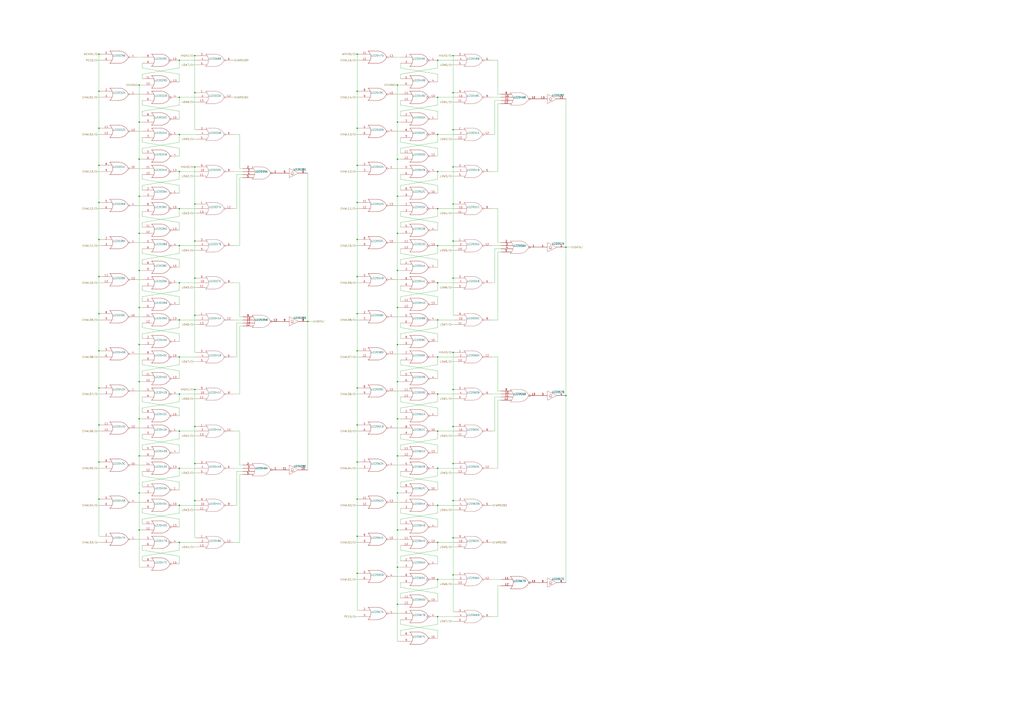
<source format=kicad_sch>
(kicad_sch (version 20211123) (generator eeschema)
  (paper "A1")
  (junction (at 326.39 466.09))
  (junction (at 114.3 283.21))
  (junction (at 372.11 441.96))
  (junction (at 293.37 257.81))
  (junction (at 160.02 76.2))
  (junction (at 147.32 445.77))
  (junction (at 160.02 411.48))
  (junction (at 372.11 289.56))
  (junction (at 114.3 222.25))
  (junction (at 81.28 227.33))
  (junction (at 147.32 201.93))
  (junction (at 293.37 44.45))
  (junction (at 464.82 325.12))
  (junction (at 464.82 203.2))
  (junction (at 359.41 506.73))
  (junction (at 326.39 161.29))
  (junction (at 81.28 166.37))
  (junction (at 114.3 69.85))
  (junction (at 372.11 45.72))
  (junction (at 160.02 320.04))
  (junction (at 326.39 405.13))
  (junction (at 372.11 350.52))
  (junction (at 81.28 318.77))
  (junction (at 81.28 379.73))
  (junction (at 326.39 496.57))
  (junction (at 293.37 227.33))
  (junction (at 359.41 293.37))
  (junction (at 293.37 379.73))
  (junction (at 114.3 313.69))
  (junction (at 147.32 49.53))
  (junction (at 293.37 349.25))
  (junction (at 326.39 283.21))
  (junction (at 147.32 232.41))
  (junction (at 359.41 201.93))
  (junction (at 359.41 140.97))
  (junction (at 372.11 228.6))
  (junction (at 359.41 415.29))
  (junction (at 359.41 49.53))
  (junction (at 293.37 74.93))
  (junction (at 372.11 106.68))
  (junction (at 147.32 354.33))
  (junction (at 114.3 435.61))
  (junction (at 147.32 384.81))
  (junction (at 114.3 344.17))
  (junction (at 359.41 110.49))
  (junction (at 114.3 374.65))
  (junction (at 293.37 166.37))
  (junction (at 372.11 381))
  (junction (at 147.32 262.89))
  (junction (at 359.41 232.41))
  (junction (at 81.28 349.25))
  (junction (at 359.41 384.81))
  (junction (at 293.37 440.69))
  (junction (at 372.11 320.04))
  (junction (at 326.39 130.81))
  (junction (at 293.37 318.77))
  (junction (at 326.39 252.73))
  (junction (at 326.39 100.33))
  (junction (at 326.39 313.69))
  (junction (at 359.41 476.25))
  (junction (at 114.3 130.81))
  (junction (at 147.32 171.45))
  (junction (at 326.39 435.61))
  (junction (at 359.41 262.89))
  (junction (at 359.41 445.77))
  (junction (at 81.28 135.89))
  (junction (at 293.37 196.85))
  (junction (at 293.37 471.17))
  (junction (at 252.73 264.16))
  (junction (at 372.11 137.16))
  (junction (at 359.41 80.01))
  (junction (at 359.41 354.33))
  (junction (at 293.37 135.89))
  (junction (at 326.39 69.85))
  (junction (at 81.28 105.41))
  (junction (at 326.39 344.17))
  (junction (at 147.32 293.37))
  (junction (at 372.11 472.44))
  (junction (at 293.37 288.29))
  (junction (at 114.3 191.77))
  (junction (at 160.02 137.16))
  (junction (at 293.37 410.21))
  (junction (at 160.02 198.12))
  (junction (at 326.39 222.25))
  (junction (at 147.32 140.97))
  (junction (at 114.3 252.73))
  (junction (at 81.28 196.85))
  (junction (at 359.41 171.45))
  (junction (at 160.02 381))
  (junction (at 147.32 415.29))
  (junction (at 147.32 110.49))
  (junction (at 326.39 191.77))
  (junction (at 372.11 198.12))
  (junction (at 81.28 288.29))
  (junction (at 372.11 76.2))
  (junction (at 81.28 44.45))
  (junction (at 293.37 105.41))
  (junction (at 81.28 410.21))
  (junction (at 114.3 100.33))
  (junction (at 114.3 405.13))
  (junction (at 372.11 167.64))
  (junction (at 114.3 161.29))
  (junction (at 372.11 411.48))
  (junction (at 160.02 167.64))
  (junction (at 81.28 74.93))
  (junction (at 326.39 374.65))
  (junction (at 160.02 350.52))
  (junction (at 147.32 80.01))
  (junction (at 160.02 45.72))
  (junction (at 160.02 259.08))
  (junction (at 147.32 323.85))
  (junction (at 81.28 257.81))
  (junction (at 359.41 323.85))
  (junction (at 160.02 228.6))
  (wire (pts (xy 359.41 360.68) (xy 328.93 365.76)))
  (wire (pts (xy 372.11 106.68) (xy 373.38 106.68)))
  (wire (pts (xy 325.12 46.99) (xy 328.93 46.99)))
  (wire (pts (xy 359.41 482.6) (xy 328.93 487.68)))
  (wire (pts (xy 359.41 60.96) (xy 328.93 55.88)))
  (wire (pts (xy 81.28 288.29) (xy 81.28 318.77)))
  (wire (pts (xy 114.3 405.13) (xy 114.3 435.61)))
  (wire (pts (xy 81.28 74.93) (xy 82.55 74.93)))
  (wire (pts (xy 196.85 146.05) (xy 199.39 146.05)))
  (wire (pts (xy 408.94 85.09) (xy 411.48 85.09)))
  (wire (pts (xy 408.94 171.45) (xy 408.94 199.39)))
  (wire (pts (xy 359.41 426.72) (xy 328.93 421.64)))
  (wire (pts (xy 113.03 46.99) (xy 116.84 46.99)))
  (wire (pts (xy 325.12 77.47) (xy 328.93 77.47)))
  (wire (pts (xy 359.41 335.28) (xy 328.93 330.2)))
  (wire (pts (xy 147.32 384.81) (xy 147.32 391.16)))
  (wire (pts (xy 161.29 297.18) (xy 158.75 297.18)))
  (wire (pts (xy 326.39 435.61) (xy 328.93 435.61)))
  (wire (pts (xy 293.37 105.41) (xy 294.64 105.41)))
  (wire (pts (xy 147.32 60.96) (xy 116.84 55.88)))
  (wire (pts (xy 81.28 227.33) (xy 81.28 257.81)))
  (wire (pts (xy 406.4 204.47) (xy 411.48 204.47)))
  (wire (pts (xy 147.32 323.85) (xy 161.29 323.85)))
  (wire (pts (xy 147.32 262.89) (xy 161.29 262.89)))
  (wire (pts (xy 372.11 45.72) (xy 373.38 45.72)))
  (wire (pts (xy 328.93 182.88) (xy 328.93 186.69)))
  (wire (pts (xy 191.77 110.49) (xy 196.85 110.49)))
  (wire (pts (xy 161.29 388.62) (xy 158.75 388.62)))
  (wire (pts (xy 160.02 411.48) (xy 161.29 411.48)))
  (wire (pts (xy 328.93 152.4) (xy 328.93 156.21)))
  (wire (pts (xy 373.38 114.3) (xy 370.84 114.3)))
  (wire (pts (xy 325.12 290.83) (xy 328.93 290.83)))
  (wire (pts (xy 116.84 116.84) (xy 116.84 113.03)))
  (wire (pts (xy 114.3 191.77) (xy 116.84 191.77)))
  (wire (pts (xy 147.32 67.31) (xy 147.32 60.96)))
  (wire (pts (xy 147.32 177.8) (xy 116.84 182.88)))
  (wire (pts (xy 328.93 518.16) (xy 328.93 521.97)))
  (wire (pts (xy 81.28 410.21) (xy 81.28 440.69)))
  (wire (pts (xy 328.93 299.72) (xy 328.93 295.91)))
  (wire (pts (xy 114.3 313.69) (xy 114.3 344.17)))
  (wire (pts (xy 372.11 381) (xy 372.11 411.48)))
  (wire (pts (xy 359.41 91.44) (xy 328.93 86.36)))
  (wire (pts (xy 116.84 100.33) (xy 114.3 100.33)))
  (wire (pts (xy 161.29 175.26) (xy 158.75 175.26)))
  (wire (pts (xy 147.32 208.28) (xy 116.84 213.36)))
  (wire (pts (xy 403.86 201.93) (xy 411.48 201.93)))
  (wire (pts (xy 147.32 299.72) (xy 116.84 304.8)))
  (wire (pts (xy 359.41 250.19) (xy 359.41 243.84)))
  (wire (pts (xy 403.86 293.37) (xy 408.94 293.37)))
  (wire (pts (xy 116.84 396.24) (xy 116.84 400.05)))
  (wire (pts (xy 113.03 107.95) (xy 116.84 107.95)))
  (wire (pts (xy 359.41 80.01) (xy 373.38 80.01)))
  (wire (pts (xy 147.32 426.72) (xy 116.84 421.64)))
  (wire (pts (xy 294.64 262.89) (xy 292.1 262.89)))
  (wire (pts (xy 114.3 252.73) (xy 116.84 252.73)))
  (wire (pts (xy 370.84 289.56) (xy 372.11 289.56)))
  (wire (pts (xy 82.55 323.85) (xy 80.01 323.85)))
  (wire (pts (xy 359.41 330.2) (xy 328.93 335.28)))
  (wire (pts (xy 196.85 389.89) (xy 199.39 389.89)))
  (wire (pts (xy 326.39 130.81) (xy 326.39 161.29)))
  (wire (pts (xy 147.32 232.41) (xy 161.29 232.41)))
  (wire (pts (xy 373.38 144.78) (xy 370.84 144.78)))
  (wire (pts (xy 406.4 326.39) (xy 411.48 326.39)))
  (wire (pts (xy 373.38 76.2) (xy 372.11 76.2)))
  (wire (pts (xy 373.38 175.26) (xy 370.84 175.26)))
  (wire (pts (xy 325.12 443.23) (xy 328.93 443.23)))
  (wire (pts (xy 116.84 391.16) (xy 116.84 387.35)))
  (wire (pts (xy 328.93 121.92) (xy 328.93 125.73)))
  (wire (pts (xy 113.03 69.85) (xy 114.3 69.85)))
  (wire (pts (xy 82.55 354.33) (xy 80.01 354.33)))
  (wire (pts (xy 372.11 350.52) (xy 373.38 350.52)))
  (wire (pts (xy 408.94 481.33) (xy 411.48 481.33)))
  (wire (pts (xy 147.32 238.76) (xy 116.84 243.84)))
  (wire (pts (xy 293.37 257.81) (xy 293.37 288.29)))
  (wire (pts (xy 328.93 452.12) (xy 328.93 448.31)))
  (wire (pts (xy 147.32 189.23) (xy 147.32 182.88)))
  (wire (pts (xy 326.39 191.77) (xy 326.39 222.25)))
  (wire (pts (xy 294.64 171.45) (xy 292.1 171.45)))
  (wire (pts (xy 328.93 360.68) (xy 328.93 356.87)))
  (wire (pts (xy 328.93 391.16) (xy 328.93 387.35)))
  (wire (pts (xy 373.38 449.58) (xy 370.84 449.58)))
  (wire (pts (xy 359.41 311.15) (xy 359.41 304.8)))
  (wire (pts (xy 147.32 110.49) (xy 161.29 110.49)))
  (wire (pts (xy 328.93 208.28) (xy 328.93 204.47)))
  (wire (pts (xy 147.32 457.2) (xy 116.84 452.12)))
  (wire (pts (xy 160.02 259.08) (xy 160.02 289.56)))
  (wire (pts (xy 372.11 350.52) (xy 372.11 381)))
  (wire (pts (xy 114.3 222.25) (xy 114.3 252.73)))
  (wire (pts (xy 359.41 182.88) (xy 328.93 177.8)))
  (wire (pts (xy 359.41 213.36) (xy 328.93 208.28)))
  (wire (pts (xy 325.12 107.95) (xy 328.93 107.95)))
  (wire (pts (xy 147.32 330.2) (xy 116.84 335.28)))
  (wire (pts (xy 359.41 147.32) (xy 328.93 152.4)))
  (wire (pts (xy 147.32 213.36) (xy 116.84 208.28)))
  (wire (pts (xy 406.4 354.33) (xy 406.4 326.39)))
  (wire (pts (xy 373.38 388.62) (xy 370.84 388.62)))
  (wire (pts (xy 81.28 257.81) (xy 81.28 288.29)))
  (wire (pts (xy 147.32 354.33) (xy 161.29 354.33)))
  (wire (pts (xy 147.32 201.93) (xy 147.32 208.28)))
  (wire (pts (xy 408.94 328.93) (xy 411.48 328.93)))
  (wire (pts (xy 194.31 171.45) (xy 194.31 143.51)))
  (wire (pts (xy 160.02 76.2) (xy 160.02 106.68)))
  (wire (pts (xy 160.02 381) (xy 160.02 411.48)))
  (wire (pts (xy 325.12 382.27) (xy 328.93 382.27)))
  (wire (pts (xy 81.28 257.81) (xy 82.55 257.81)))
  (wire (pts (xy 325.12 473.71) (xy 328.93 473.71)))
  (wire (pts (xy 359.41 494.03) (xy 359.41 487.68)))
  (wire (pts (xy 293.37 379.73) (xy 293.37 410.21)))
  (wire (pts (xy 116.84 365.76) (xy 116.84 369.57)))
  (wire (pts (xy 359.41 110.49) (xy 359.41 116.84)))
  (wire (pts (xy 196.85 445.77) (xy 196.85 389.89)))
  (wire (pts (xy 326.39 466.09) (xy 328.93 466.09)))
  (wire (pts (xy 147.32 147.32) (xy 116.84 152.4)))
  (wire (pts (xy 326.39 374.65) (xy 328.93 374.65)))
  (wire (pts (xy 359.41 354.33) (xy 359.41 360.68)))
  (wire (pts (xy 293.37 135.89) (xy 294.64 135.89)))
  (wire (pts (xy 403.86 323.85) (xy 411.48 323.85)))
  (wire (pts (xy 464.82 325.12) (xy 464.82 478.79)))
  (wire (pts (xy 326.39 252.73) (xy 328.93 252.73)))
  (wire (pts (xy 325.12 321.31) (xy 328.93 321.31)))
  (wire (pts (xy 147.32 274.32) (xy 116.84 269.24)))
  (wire (pts (xy 147.32 97.79) (xy 147.32 91.44)))
  (wire (pts (xy 196.85 201.93) (xy 196.85 146.05)))
  (wire (pts (xy 114.3 100.33) (xy 114.3 130.81)))
  (wire (pts (xy 328.93 116.84) (xy 328.93 113.03)))
  (wire (pts (xy 293.37 227.33) (xy 294.64 227.33)))
  (wire (pts (xy 326.39 69.85) (xy 328.93 69.85)))
  (wire (pts (xy 408.94 293.37) (xy 408.94 321.31)))
  (wire (pts (xy 147.32 269.24) (xy 116.84 274.32)))
  (wire (pts (xy 160.02 228.6) (xy 161.29 228.6)))
  (wire (pts (xy 147.32 128.27) (xy 147.32 121.92)))
  (wire (pts (xy 294.64 49.53) (xy 292.1 49.53)))
  (wire (pts (xy 191.77 354.33) (xy 196.85 354.33)))
  (wire (pts (xy 359.41 232.41) (xy 359.41 238.76)))
  (wire (pts (xy 147.32 250.19) (xy 147.32 243.84)))
  (wire (pts (xy 325.12 138.43) (xy 328.93 138.43)))
  (wire (pts (xy 191.77 445.77) (xy 196.85 445.77)))
  (wire (pts (xy 325.12 229.87) (xy 328.93 229.87)))
  (wire (pts (xy 147.32 182.88) (xy 116.84 177.8)))
  (wire (pts (xy 191.77 232.41) (xy 196.85 232.41)))
  (wire (pts (xy 326.39 283.21) (xy 326.39 313.69)))
  (wire (pts (xy 160.02 137.16) (xy 160.02 167.64)))
  (wire (pts (xy 328.93 513.08) (xy 328.93 509.27)))
  (wire (pts (xy 147.32 396.24) (xy 116.84 391.16)))
  (wire (pts (xy 147.32 433.07) (xy 147.32 426.72)))
  (wire (pts (xy 359.41 86.36) (xy 328.93 91.44)))
  (wire (pts (xy 161.29 236.22) (xy 158.75 236.22)))
  (wire (pts (xy 408.94 49.53) (xy 408.94 77.47)))
  (wire (pts (xy 147.32 116.84) (xy 116.84 121.92)))
  (wire (pts (xy 80.01 44.45) (xy 81.28 44.45)))
  (wire (pts (xy 373.38 205.74) (xy 370.84 205.74)))
  (wire (pts (xy 294.64 110.49) (xy 292.1 110.49)))
  (wire (pts (xy 359.41 384.81) (xy 359.41 391.16)))
  (wire (pts (xy 196.85 354.33) (xy 196.85 382.27)))
  (wire (pts (xy 359.41 384.81) (xy 373.38 384.81)))
  (wire (pts (xy 191.77 262.89) (xy 199.39 262.89)))
  (wire (pts (xy 160.02 441.96) (xy 161.29 441.96)))
  (wire (pts (xy 293.37 44.45) (xy 293.37 74.93)))
  (wire (pts (xy 147.32 140.97) (xy 147.32 147.32)))
  (wire (pts (xy 147.32 55.88) (xy 116.84 60.96)))
  (wire (pts (xy 359.41 487.68) (xy 328.93 482.6)))
  (wire (pts (xy 116.84 60.96) (xy 116.84 64.77)))
  (wire (pts (xy 294.64 201.93) (xy 292.1 201.93)))
  (wire (pts (xy 372.11 137.16) (xy 372.11 167.64)))
  (wire (pts (xy 161.29 327.66) (xy 158.75 327.66)))
  (wire (pts (xy 116.84 213.36) (xy 116.84 217.17)))
  (wire (pts (xy 116.84 121.92) (xy 116.84 125.73)))
  (wire (pts (xy 372.11 381) (xy 373.38 381)))
  (wire (pts (xy 359.41 219.71) (xy 359.41 213.36)))
  (wire (pts (xy 372.11 289.56) (xy 373.38 289.56)))
  (wire (pts (xy 408.94 199.39) (xy 411.48 199.39)))
  (wire (pts (xy 372.11 45.72) (xy 372.11 76.2)))
  (wire (pts (xy 147.32 391.16) (xy 116.84 396.24)))
  (wire (pts (xy 194.31 293.37) (xy 194.31 265.43)))
  (wire (pts (xy 147.32 304.8) (xy 116.84 299.72)))
  (wire (pts (xy 403.86 384.81) (xy 408.94 384.81)))
  (wire (pts (xy 293.37 74.93) (xy 294.64 74.93)))
  (wire (pts (xy 359.41 506.73) (xy 359.41 513.08)))
  (wire (pts (xy 328.93 213.36) (xy 328.93 217.17)))
  (wire (pts (xy 114.3 283.21) (xy 116.84 283.21)))
  (wire (pts (xy 82.55 171.45) (xy 80.01 171.45)))
  (wire (pts (xy 82.55 445.77) (xy 80.01 445.77)))
  (wire (pts (xy 116.84 335.28) (xy 116.84 339.09)))
  (wire (pts (xy 359.41 110.49) (xy 373.38 110.49)))
  (wire (pts (xy 113.03 199.39) (xy 116.84 199.39)))
  (wire (pts (xy 160.02 381) (xy 161.29 381)))
  (wire (pts (xy 116.84 86.36) (xy 116.84 82.55)))
  (wire (pts (xy 359.41 121.92) (xy 328.93 116.84)))
  (wire (pts (xy 293.37 440.69) (xy 294.64 440.69)))
  (wire (pts (xy 114.3 405.13) (xy 116.84 405.13)))
  (wire (pts (xy 328.93 269.24) (xy 328.93 265.43)))
  (wire (pts (xy 359.41 445.77) (xy 373.38 445.77)))
  (wire (pts (xy 326.39 313.69) (xy 328.93 313.69)))
  (wire (pts (xy 372.11 198.12) (xy 372.11 228.6)))
  (wire (pts (xy 114.3 283.21) (xy 114.3 313.69)))
  (wire (pts (xy 326.39 466.09) (xy 326.39 496.57)))
  (wire (pts (xy 359.41 293.37) (xy 373.38 293.37)))
  (wire (pts (xy 147.32 421.64) (xy 116.84 426.72)))
  (wire (pts (xy 294.64 476.25) (xy 292.1 476.25)))
  (wire (pts (xy 294.64 140.97) (xy 292.1 140.97)))
  (wire (pts (xy 326.39 496.57) (xy 326.39 527.05)))
  (wire (pts (xy 359.41 445.77) (xy 359.41 452.12)))
  (wire (pts (xy 81.28 318.77) (xy 82.55 318.77)))
  (wire (pts (xy 191.77 201.93) (xy 196.85 201.93)))
  (wire (pts (xy 147.32 232.41) (xy 147.32 238.76)))
  (wire (pts (xy 359.41 189.23) (xy 359.41 182.88)))
  (wire (pts (xy 147.32 152.4) (xy 116.84 147.32)))
  (wire (pts (xy 113.03 168.91) (xy 116.84 168.91)))
  (wire (pts (xy 293.37 166.37) (xy 293.37 196.85)))
  (wire (pts (xy 326.39 496.57) (xy 328.93 496.57)))
  (wire (pts (xy 359.41 274.32) (xy 328.93 269.24)))
  (wire (pts (xy 161.29 114.3) (xy 158.75 114.3)))
  (wire (pts (xy 82.55 232.41) (xy 80.01 232.41)))
  (wire (pts (xy 113.03 412.75) (xy 116.84 412.75)))
  (wire (pts (xy 293.37 349.25) (xy 293.37 379.73)))
  (wire (pts (xy 81.28 196.85) (xy 82.55 196.85)))
  (wire (pts (xy 359.41 293.37) (xy 359.41 299.72)))
  (wire (pts (xy 294.64 323.85) (xy 292.1 323.85)))
  (wire (pts (xy 359.41 128.27) (xy 359.41 121.92)))
  (wire (pts (xy 359.41 299.72) (xy 328.93 304.8)))
  (wire (pts (xy 403.86 506.73) (xy 408.94 506.73)))
  (wire (pts (xy 147.32 80.01) (xy 161.29 80.01)))
  (wire (pts (xy 325.12 199.39) (xy 328.93 199.39)))
  (wire (pts (xy 406.4 232.41) (xy 406.4 204.47)))
  (wire (pts (xy 147.32 158.75) (xy 147.32 152.4)))
  (wire (pts (xy 328.93 238.76) (xy 328.93 234.95)))
  (wire (pts (xy 81.28 379.73) (xy 81.28 410.21)))
  (wire (pts (xy 82.55 201.93) (xy 80.01 201.93)))
  (wire (pts (xy 408.94 384.81) (xy 408.94 328.93)))
  (wire (pts (xy 114.3 435.61) (xy 114.3 466.09)))
  (wire (pts (xy 116.84 299.72) (xy 116.84 295.91)))
  (wire (pts (xy 116.84 304.8) (xy 116.84 308.61)))
  (wire (pts (xy 116.84 91.44) (xy 116.84 95.25)))
  (wire (pts (xy 113.03 260.35) (xy 116.84 260.35)))
  (wire (pts (xy 328.93 60.96) (xy 328.93 64.77)))
  (wire (pts (xy 147.32 335.28) (xy 116.84 330.2)))
  (wire (pts (xy 372.11 228.6) (xy 372.11 259.08)))
  (wire (pts (xy 114.3 69.85) (xy 114.3 100.33)))
  (wire (pts (xy 114.3 161.29) (xy 114.3 191.77)))
  (wire (pts (xy 372.11 472.44) (xy 373.38 472.44)))
  (wire (pts (xy 293.37 318.77) (xy 293.37 349.25)))
  (wire (pts (xy 114.3 130.81) (xy 116.84 130.81)))
  (wire (pts (xy 82.55 140.97) (xy 80.01 140.97)))
  (wire (pts (xy 293.37 349.25) (xy 294.64 349.25)))
  (wire (pts (xy 82.55 49.53) (xy 80.01 49.53)))
  (wire (pts (xy 373.38 327.66) (xy 370.84 327.66)))
  (wire (pts (xy 116.84 360.68) (xy 116.84 356.87)))
  (wire (pts (xy 372.11 228.6) (xy 373.38 228.6)))
  (wire (pts (xy 373.38 480.06) (xy 370.84 480.06)))
  (wire (pts (xy 359.41 116.84) (xy 328.93 121.92)))
  (wire (pts (xy 113.03 321.31) (xy 116.84 321.31)))
  (wire (pts (xy 161.29 76.2) (xy 160.02 76.2)))
  (wire (pts (xy 370.84 45.72) (xy 372.11 45.72)))
  (wire (pts (xy 116.84 177.8) (xy 116.84 173.99)))
  (wire (pts (xy 160.02 320.04) (xy 160.02 350.52)))
  (wire (pts (xy 252.73 264.16) (xy 257.81 264.16)))
  (wire (pts (xy 359.41 391.16) (xy 328.93 396.24)))
  (wire (pts (xy 81.28 135.89) (xy 81.28 166.37)))
  (wire (pts (xy 328.93 396.24) (xy 328.93 400.05)))
  (wire (pts (xy 372.11 441.96) (xy 373.38 441.96)))
  (wire (pts (xy 160.02 259.08) (xy 161.29 259.08)))
  (wire (pts (xy 325.12 504.19) (xy 328.93 504.19)))
  (wire (pts (xy 160.02 228.6) (xy 160.02 259.08)))
  (wire (pts (xy 359.41 201.93) (xy 359.41 208.28)))
  (wire (pts (xy 373.38 510.54) (xy 370.84 510.54)))
  (wire (pts (xy 293.37 135.89) (xy 293.37 166.37)))
  (wire (pts (xy 328.93 421.64) (xy 328.93 417.83)))
  (wire (pts (xy 81.28 288.29) (xy 82.55 288.29)))
  (wire (pts (xy 326.39 527.05) (xy 328.93 527.05)))
  (wire (pts (xy 81.28 349.25) (xy 81.28 379.73)))
  (wire (pts (xy 81.28 135.89) (xy 82.55 135.89)))
  (wire (pts (xy 403.86 49.53) (xy 408.94 49.53)))
  (wire (pts (xy 359.41 524.51) (xy 359.41 518.16)))
  (wire (pts (xy 359.41 396.24) (xy 328.93 391.16)))
  (wire (pts (xy 147.32 49.53) (xy 147.32 55.88)))
  (wire (pts (xy 294.64 415.29) (xy 292.1 415.29)))
  (wire (pts (xy 293.37 257.81) (xy 294.64 257.81)))
  (wire (pts (xy 81.28 166.37) (xy 81.28 196.85)))
  (wire (pts (xy 147.32 171.45) (xy 147.32 177.8)))
  (wire (pts (xy 326.39 191.77) (xy 328.93 191.77)))
  (wire (pts (xy 160.02 350.52) (xy 160.02 381)))
  (wire (pts (xy 326.39 100.33) (xy 326.39 130.81)))
  (wire (pts (xy 161.29 419.1) (xy 158.75 419.1)))
  (wire (pts (xy 408.94 140.97) (xy 408.94 85.09)))
  (wire (pts (xy 403.86 110.49) (xy 406.4 110.49)))
  (wire (pts (xy 359.41 49.53) (xy 373.38 49.53)))
  (wire (pts (xy 191.77 171.45) (xy 194.31 171.45)))
  (wire (pts (xy 293.37 288.29) (xy 293.37 318.77)))
  (wire (pts (xy 114.3 374.65) (xy 114.3 405.13)))
  (wire (pts (xy 403.86 80.01) (xy 411.48 80.01)))
  (wire (pts (xy 359.41 152.4) (xy 328.93 147.32)))
  (wire (pts (xy 114.3 161.29) (xy 116.84 161.29)))
  (wire (pts (xy 372.11 167.64) (xy 372.11 198.12)))
  (wire (pts (xy 147.32 171.45) (xy 161.29 171.45)))
  (wire (pts (xy 147.32 445.77) (xy 161.29 445.77)))
  (wire (pts (xy 326.39 405.13) (xy 326.39 435.61)))
  (wire (pts (xy 147.32 341.63) (xy 147.32 335.28)))
  (wire (pts (xy 81.28 196.85) (xy 81.28 227.33)))
  (wire (pts (xy 294.64 445.77) (xy 292.1 445.77)))
  (wire (pts (xy 326.39 222.25) (xy 326.39 252.73)))
  (wire (pts (xy 116.84 238.76) (xy 116.84 234.95)))
  (wire (pts (xy 191.77 323.85) (xy 196.85 323.85)))
  (wire (pts (xy 114.3 374.65) (xy 116.84 374.65)))
  (wire (pts (xy 81.28 440.69) (xy 82.55 440.69)))
  (wire (pts (xy 359.41 262.89) (xy 373.38 262.89)))
  (wire (pts (xy 403.86 354.33) (xy 406.4 354.33)))
  (wire (pts (xy 114.3 435.61) (xy 116.84 435.61)))
  (wire (pts (xy 196.85 232.41) (xy 196.85 260.35)))
  (wire (pts (xy 372.11 76.2) (xy 372.11 106.68)))
  (wire (pts (xy 294.64 80.01) (xy 292.1 80.01)))
  (wire (pts (xy 294.64 293.37) (xy 292.1 293.37)))
  (wire (pts (xy 293.37 471.17) (xy 294.64 471.17)))
  (wire (pts (xy 403.86 262.89) (xy 408.94 262.89)))
  (wire (pts (xy 359.41 354.33) (xy 373.38 354.33)))
  (wire (pts (xy 196.85 110.49) (xy 196.85 138.43)))
  (wire (pts (xy 196.85 382.27) (xy 199.39 382.27)))
  (wire (pts (xy 359.41 269.24) (xy 328.93 274.32)))
  (wire (pts (xy 293.37 318.77) (xy 294.64 318.77)))
  (wire (pts (xy 160.02 167.64) (xy 160.02 198.12)))
  (wire (pts (xy 372.11 137.16) (xy 373.38 137.16)))
  (wire (pts (xy 191.77 415.29) (xy 194.31 415.29)))
  (wire (pts (xy 147.32 121.92) (xy 116.84 116.84)))
  (wire (pts (xy 293.37 196.85) (xy 294.64 196.85)))
  (wire (pts (xy 408.94 77.47) (xy 411.48 77.47)))
  (wire (pts (xy 359.41 341.63) (xy 359.41 335.28)))
  (wire (pts (xy 147.32 243.84) (xy 116.84 238.76)))
  (wire (pts (xy 372.11 411.48) (xy 372.11 441.96)))
  (wire (pts (xy 359.41 49.53) (xy 359.41 55.88)))
  (wire (pts (xy 359.41 97.79) (xy 359.41 91.44)))
  (wire (pts (xy 328.93 482.6) (xy 328.93 478.79)))
  (wire (pts (xy 359.41 506.73) (xy 373.38 506.73)))
  (wire (pts (xy 147.32 384.81) (xy 161.29 384.81)))
  (wire (pts (xy 292.1 44.45) (xy 293.37 44.45)))
  (wire (pts (xy 359.41 232.41) (xy 373.38 232.41)))
  (wire (pts (xy 116.84 452.12) (xy 116.84 448.31)))
  (wire (pts (xy 359.41 513.08) (xy 328.93 518.16)))
  (wire (pts (xy 372.11 411.48) (xy 373.38 411.48)))
  (wire (pts (xy 326.39 161.29) (xy 328.93 161.29)))
  (wire (pts (xy 325.12 260.35) (xy 328.93 260.35)))
  (wire (pts (xy 160.02 198.12) (xy 160.02 228.6)))
  (wire (pts (xy 325.12 69.85) (xy 326.39 69.85)))
  (wire (pts (xy 359.41 402.59) (xy 359.41 396.24)))
  (wire (pts (xy 82.55 262.89) (xy 80.01 262.89)))
  (wire (pts (xy 160.02 106.68) (xy 161.29 106.68)))
  (wire (pts (xy 403.86 171.45) (xy 408.94 171.45)))
  (wire (pts (xy 116.84 330.2) (xy 116.84 326.39)))
  (wire (pts (xy 158.75 45.72) (xy 160.02 45.72)))
  (wire (pts (xy 161.29 358.14) (xy 158.75 358.14)))
  (wire (pts (xy 373.38 266.7) (xy 370.84 266.7)))
  (wire (pts (xy 359.41 171.45) (xy 359.41 177.8)))
  (wire (pts (xy 113.03 138.43) (xy 116.84 138.43)))
  (wire (pts (xy 147.32 365.76) (xy 116.84 360.68)))
  (wire (pts (xy 147.32 402.59) (xy 147.32 396.24)))
  (wire (pts (xy 147.32 311.15) (xy 147.32 304.8)))
  (wire (pts (xy 359.41 280.67) (xy 359.41 274.32)))
  (wire (pts (xy 191.77 49.53) (xy 193.04 49.53)))
  (wire (pts (xy 326.39 374.65) (xy 326.39 405.13)))
  (wire (pts (xy 116.84 243.84) (xy 116.84 247.65)))
  (wire (pts (xy 196.85 267.97) (xy 199.39 267.97)))
  (wire (pts (xy 293.37 501.65) (xy 294.64 501.65)))
  (wire (pts (xy 194.31 265.43) (xy 199.39 265.43)))
  (wire (pts (xy 147.32 262.89) (xy 147.32 269.24)))
  (wire (pts (xy 326.39 283.21) (xy 328.93 283.21)))
  (wire (pts (xy 196.85 323.85) (xy 196.85 267.97)))
  (wire (pts (xy 116.84 426.72) (xy 116.84 430.53)))
  (wire (pts (xy 328.93 274.32) (xy 328.93 278.13)))
  (wire (pts (xy 328.93 147.32) (xy 328.93 143.51)))
  (wire (pts (xy 359.41 140.97) (xy 373.38 140.97)))
  (wire (pts (xy 81.28 74.93) (xy 81.28 105.41)))
  (wire (pts (xy 82.55 384.81) (xy 80.01 384.81)))
  (wire (pts (xy 372.11 167.64) (xy 373.38 167.64)))
  (wire (pts (xy 403.86 140.97) (xy 408.94 140.97)))
  (wire (pts (xy 293.37 471.17) (xy 293.37 501.65)))
  (wire (pts (xy 359.41 323.85) (xy 373.38 323.85)))
  (wire (pts (xy 328.93 243.84) (xy 328.93 247.65)))
  (wire (pts (xy 328.93 55.88) (xy 328.93 52.07)))
  (wire (pts (xy 147.32 415.29) (xy 161.29 415.29)))
  (wire (pts (xy 113.03 229.87) (xy 116.84 229.87)))
  (wire (pts (xy 147.32 360.68) (xy 116.84 365.76)))
  (wire (pts (xy 372.11 289.56) (xy 372.11 320.04)))
  (wire (pts (xy 326.39 344.17) (xy 328.93 344.17)))
  (wire (pts (xy 191.77 384.81) (xy 199.39 384.81)))
  (wire (pts (xy 294.64 354.33) (xy 292.1 354.33)))
  (wire (pts (xy 81.28 349.25) (xy 82.55 349.25)))
  (wire (pts (xy 293.37 196.85) (xy 293.37 227.33)))
  (wire (pts (xy 406.4 82.55) (xy 411.48 82.55)))
  (wire (pts (xy 147.32 293.37) (xy 161.29 293.37)))
  (wire (pts (xy 359.41 372.11) (xy 359.41 365.76)))
  (wire (pts (xy 328.93 365.76) (xy 328.93 369.57)))
  (wire (pts (xy 114.3 222.25) (xy 116.84 222.25)))
  (wire (pts (xy 293.37 440.69) (xy 293.37 471.17)))
  (wire (pts (xy 359.41 140.97) (xy 359.41 147.32)))
  (wire (pts (xy 408.94 262.89) (xy 408.94 207.01)))
  (wire (pts (xy 116.84 421.64) (xy 116.84 417.83)))
  (wire (pts (xy 328.93 426.72) (xy 328.93 430.53)))
  (wire (pts (xy 81.28 105.41) (xy 82.55 105.41)))
  (wire (pts (xy 328.93 177.8) (xy 328.93 173.99)))
  (wire (pts (xy 116.84 457.2) (xy 116.84 461.01)))
  (wire (pts (xy 359.41 476.25) (xy 359.41 482.6)))
  (wire (pts (xy 160.02 320.04) (xy 161.29 320.04)))
  (wire (pts (xy 160.02 45.72) (xy 160.02 76.2)))
  (wire (pts (xy 326.39 435.61) (xy 326.39 466.09)))
  (wire (pts (xy 359.41 415.29) (xy 373.38 415.29)))
  (wire (pts (xy 325.12 168.91) (xy 328.93 168.91)))
  (wire (pts (xy 373.38 236.22) (xy 370.84 236.22)))
  (wire (pts (xy 328.93 86.36) (xy 328.93 82.55)))
  (wire (pts (xy 372.11 320.04) (xy 372.11 350.52)))
  (wire (pts (xy 114.3 252.73) (xy 114.3 283.21)))
  (wire (pts (xy 326.39 130.81) (xy 328.93 130.81)))
  (wire (pts (xy 372.11 472.44) (xy 372.11 502.92)))
  (wire (pts (xy 194.31 415.29) (xy 194.31 387.35)))
  (wire (pts (xy 160.02 45.72) (xy 161.29 45.72)))
  (wire (pts (xy 113.03 77.47) (xy 116.84 77.47)))
  (wire (pts (xy 191.77 293.37) (xy 194.31 293.37)))
  (wire (pts (xy 403.86 232.41) (xy 406.4 232.41)))
  (wire (pts (xy 359.41 415.29) (xy 359.41 421.64)))
  (wire (pts (xy 403.86 415.29) (xy 405.13 415.29)))
  (wire (pts (xy 194.31 143.51) (xy 199.39 143.51)))
  (wire (pts (xy 359.41 208.28) (xy 328.93 213.36)))
  (wire (pts (xy 113.03 290.83) (xy 116.84 290.83)))
  (wire (pts (xy 326.39 313.69) (xy 326.39 344.17)))
  (wire (pts (xy 161.29 83.82) (xy 158.75 83.82)))
  (wire (pts (xy 326.39 344.17) (xy 326.39 374.65)))
  (wire (pts (xy 81.28 44.45) (xy 82.55 44.45)))
  (wire (pts (xy 359.41 262.89) (xy 359.41 269.24)))
  (wire (pts (xy 116.84 152.4) (xy 116.84 156.21)))
  (wire (pts (xy 406.4 110.49) (xy 406.4 82.55)))
  (wire (pts (xy 293.37 166.37) (xy 294.64 166.37)))
  (wire (pts (xy 160.02 137.16) (xy 161.29 137.16)))
  (wire (pts (xy 373.38 419.1) (xy 370.84 419.1)))
  (wire (pts (xy 359.41 433.07) (xy 359.41 426.72)))
  (wire (pts (xy 372.11 106.68) (xy 372.11 137.16)))
  (wire (pts (xy 113.03 382.27) (xy 116.84 382.27)))
  (wire (pts (xy 116.84 208.28) (xy 116.84 204.47)))
  (wire (pts (xy 147.32 49.53) (xy 161.29 49.53)))
  (wire (pts (xy 372.11 441.96) (xy 372.11 472.44)))
  (wire (pts (xy 81.28 105.41) (xy 81.28 135.89)))
  (wire (pts (xy 147.32 445.77) (xy 147.32 452.12)))
  (wire (pts (xy 116.84 147.32) (xy 116.84 143.51)))
  (wire (pts (xy 252.73 142.24) (xy 252.73 264.16)))
  (wire (pts (xy 328.93 91.44) (xy 328.93 95.25)))
  (wire (pts (xy 359.41 518.16) (xy 328.93 513.08)))
  (wire (pts (xy 113.03 443.23) (xy 116.84 443.23)))
  (wire (pts (xy 147.32 293.37) (xy 147.32 299.72)))
  (wire (pts (xy 326.39 69.85) (xy 326.39 100.33)))
  (wire (pts (xy 160.02 198.12) (xy 161.29 198.12)))
  (wire (pts (xy 293.37 410.21) (xy 294.64 410.21)))
  (wire (pts (xy 81.28 379.73) (xy 82.55 379.73)))
  (wire (pts (xy 147.32 354.33) (xy 147.32 360.68)))
  (wire (pts (xy 82.55 110.49) (xy 80.01 110.49)))
  (wire (pts (xy 294.64 384.81) (xy 292.1 384.81)))
  (wire (pts (xy 359.41 158.75) (xy 359.41 152.4)))
  (wire (pts (xy 293.37 288.29) (xy 294.64 288.29)))
  (wire (pts (xy 325.12 412.75) (xy 328.93 412.75)))
  (wire (pts (xy 147.32 463.55) (xy 147.32 457.2)))
  (wire (pts (xy 325.12 351.79) (xy 328.93 351.79)))
  (wire (pts (xy 81.28 410.21) (xy 82.55 410.21)))
  (wire (pts (xy 196.85 260.35) (xy 199.39 260.35)))
  (wire (pts (xy 194.31 387.35) (xy 199.39 387.35)))
  (wire (pts (xy 359.41 421.64) (xy 328.93 426.72)))
  (wire (pts (xy 147.32 280.67) (xy 147.32 274.32)))
  (wire (pts (xy 403.86 476.25) (xy 411.48 476.25)))
  (wire (pts (xy 359.41 476.25) (xy 373.38 476.25)))
  (wire (pts (xy 114.3 191.77) (xy 114.3 222.25)))
  (wire (pts (xy 161.29 205.74) (xy 158.75 205.74)))
  (wire (pts (xy 147.32 80.01) (xy 147.32 86.36)))
  (wire (pts (xy 158.75 137.16) (xy 160.02 137.16)))
  (wire (pts (xy 408.94 207.01) (xy 411.48 207.01)))
  (wire (pts (xy 408.94 321.31) (xy 411.48 321.31)))
  (wire (pts (xy 373.38 358.14) (xy 370.84 358.14)))
  (wire (pts (xy 114.3 69.85) (xy 116.84 69.85)))
  (wire (pts (xy 147.32 140.97) (xy 161.29 140.97)))
  (wire (pts (xy 326.39 252.73) (xy 326.39 283.21)))
  (wire (pts (xy 116.84 182.88) (xy 116.84 186.69)))
  (wire (pts (xy 81.28 44.45) (xy 81.28 74.93)))
  (wire (pts (xy 359.41 457.2) (xy 328.93 452.12)))
  (wire (pts (xy 464.82 81.28) (xy 464.82 203.2)))
  (wire (pts (xy 114.3 344.17) (xy 114.3 374.65)))
  (wire (pts (xy 403.86 445.77) (xy 405.13 445.77)))
  (wire (pts (xy 147.32 415.29) (xy 147.32 421.64)))
  (wire (pts (xy 191.77 140.97) (xy 199.39 140.97)))
  (wire (pts (xy 408.94 506.73) (xy 408.94 481.33)))
  (wire (pts (xy 161.29 449.58) (xy 158.75 449.58)))
  (wire (pts (xy 359.41 80.01) (xy 359.41 86.36)))
  (wire (pts (xy 161.29 53.34) (xy 158.75 53.34)))
  (wire (pts (xy 160.02 289.56) (xy 161.29 289.56)))
  (wire (pts (xy 147.32 452.12) (xy 116.84 457.2)))
  (wire (pts (xy 114.3 466.09) (xy 116.84 466.09)))
  (wire (pts (xy 372.11 198.12) (xy 373.38 198.12)))
  (wire (pts (xy 373.38 297.18) (xy 370.84 297.18)))
  (wire (pts (xy 82.55 415.29) (xy 80.01 415.29)))
  (wire (pts (xy 81.28 227.33) (xy 82.55 227.33)))
  (wire (pts (xy 359.41 304.8) (xy 328.93 299.72)))
  (wire (pts (xy 196.85 138.43) (xy 199.39 138.43)))
  (wire (pts (xy 252.73 264.16) (xy 252.73 386.08)))
  (wire (pts (xy 293.37 379.73) (xy 294.64 379.73)))
  (wire (pts (xy 147.32 201.93) (xy 161.29 201.93)))
  (wire (pts (xy 328.93 100.33) (xy 326.39 100.33)))
  (wire (pts (xy 328.93 457.2) (xy 328.93 461.01)))
  (wire (pts (xy 373.38 53.34) (xy 370.84 53.34)))
  (wire (pts (xy 147.32 219.71) (xy 147.32 213.36)))
  (wire (pts (xy 359.41 323.85) (xy 359.41 330.2)))
  (wire (pts (xy 191.77 80.01) (xy 193.04 80.01)))
  (wire (pts (xy 373.38 83.82) (xy 370.84 83.82)))
  (wire (pts (xy 160.02 411.48) (xy 160.02 441.96)))
  (wire (pts (xy 294.64 506.73) (xy 292.1 506.73)))
  (wire (pts (xy 328.93 330.2) (xy 328.93 326.39)))
  (wire (pts (xy 82.55 293.37) (xy 80.01 293.37)))
  (wire (pts (xy 113.03 351.79) (xy 116.84 351.79)))
  (wire (pts (xy 359.41 55.88) (xy 328.93 60.96)))
  (wire (pts (xy 359.41 365.76) (xy 328.93 360.68)))
  (wire (pts (xy 326.39 161.29) (xy 326.39 191.77)))
  (wire (pts (xy 293.37 410.21) (xy 293.37 440.69)))
  (wire (pts (xy 161.29 144.78) (xy 158.75 144.78)))
  (wire (pts (xy 328.93 487.68) (xy 328.93 491.49)))
  (wire (pts (xy 82.55 80.01) (xy 80.01 80.01)))
  (wire (pts (xy 326.39 222.25) (xy 328.93 222.25)))
  (wire (pts (xy 326.39 405.13) (xy 328.93 405.13)))
  (wire (pts (xy 116.84 55.88) (xy 116.84 52.07)))
  (wire (pts (xy 81.28 318.77) (xy 81.28 349.25)))
  (wire (pts (xy 359.41 243.84) (xy 328.93 238.76)))
  (wire (pts (xy 359.41 463.55) (xy 359.41 457.2)))
  (wire (pts (xy 372.11 502.92) (xy 373.38 502.92)))
  (wire (pts (xy 359.41 177.8) (xy 328.93 182.88)))
  (wire (pts (xy 116.84 269.24) (xy 116.84 265.43)))
  (wire (pts (xy 161.29 266.7) (xy 158.75 266.7)))
  (wire (pts (xy 160.02 167.64) (xy 161.29 167.64)))
  (wire (pts (xy 328.93 304.8) (xy 328.93 308.61)))
  (wire (pts (xy 114.3 130.81) (xy 114.3 161.29)))
  (wire (pts (xy 464.82 203.2) (xy 469.9 203.2)))
  (wire (pts (xy 147.32 323.85) (xy 147.32 330.2)))
  (wire (pts (xy 359.41 238.76) (xy 328.93 243.84)))
  (wire (pts (xy 359.41 452.12) (xy 328.93 457.2)))
  (wire (pts (xy 372.11 320.04) (xy 373.38 320.04)))
  (wire (pts (xy 160.02 350.52) (xy 161.29 350.52)))
  (wire (pts (xy 158.75 320.04) (xy 160.02 320.04)))
  (wire (pts (xy 114.3 313.69) (xy 116.84 313.69)))
  (wire (pts (xy 147.32 110.49) (xy 147.32 116.84)))
  (wire (pts (xy 147.32 91.44) (xy 116.84 86.36)))
  (wire (pts (xy 328.93 335.28) (xy 328.93 339.09)))
  (wire (pts (xy 114.3 344.17) (xy 116.84 344.17)))
  (wire (pts (xy 147.32 372.11) (xy 147.32 365.76)))
  (wire (pts (xy 293.37 105.41) (xy 293.37 135.89)))
  (wire (pts (xy 359.41 171.45) (xy 373.38 171.45)))
  (wire (pts (xy 147.32 86.36) (xy 116.84 91.44)))
  (wire (pts (xy 359.41 67.31) (xy 359.41 60.96)))
  (wire (pts (xy 359.41 201.93) (xy 373.38 201.93)))
  (wire (pts (xy 372.11 259.08) (xy 373.38 259.08)))
  (wire (pts (xy 116.84 274.32) (xy 116.84 278.13)))
  (wire (pts (xy 294.64 232.41) (xy 292.1 232.41)))
  (wire (pts (xy 293.37 74.93) (xy 293.37 105.41)))
  (wire (pts (xy 81.28 166.37) (xy 82.55 166.37)))
  (wire (pts (xy 293.37 44.45) (xy 294.64 44.45)))
  (wire (pts (xy 464.82 203.2) (xy 464.82 325.12)))
  (wire (pts (xy 293.37 227.33) (xy 293.37 257.81)))
  (hierarchical_label "LOW5/" (shape input) (at 158.75 236.22 180) (effects (font (size 1.524 1.524))))
  (hierarchical_label "LOW0/" (shape input) (at 370.84 297.18 180) (effects (font (size 1.524 1.524))))
  (hierarchical_label "LOW1/" (shape input) (at 370.84 83.82 180) (effects (font (size 1.524 1.524))))
  (hierarchical_label "WRD1B1" (shape output) (at 193.04 80.01 0) (effects (font (size 1.524 1.524))))
  (hierarchical_label "LOW3/" (shape input) (at 370.84 388.62 180) (effects (font (size 1.524 1.524))))
  (hierarchical_label "LOW5/" (shape input) (at 158.75 114.3 180) (effects (font (size 1.524 1.524))))
  (hierarchical_label "CHWL02/" (shape input) (at 292.1 445.77 180) (effects (font (size 1.524 1.524))))
  (hierarchical_label "LOW2/" (shape input) (at 370.84 358.14 180) (effects (font (size 1.524 1.524))))
  (hierarchical_label "HIGH0/" (shape input) (at 158.75 137.16 180) (effects (font (size 1.524 1.524))))
  (hierarchical_label "LOW5/" (shape input) (at 370.84 205.74 180) (effects (font (size 1.524 1.524))))
  (hierarchical_label "LOW3/" (shape input) (at 370.84 144.78 180) (effects (font (size 1.524 1.524))))
  (hierarchical_label "CHWL16/" (shape input) (at 292.1 49.53 180) (effects (font (size 1.524 1.524))))
  (hierarchical_label "WCH34/" (shape input) (at 80.01 44.45 180) (effects (font (size 1.524 1.524))))
  (hierarchical_label "CHWL07/" (shape input) (at 80.01 323.85 180) (effects (font (size 1.524 1.524))))
  (hierarchical_label "CHWL10/" (shape input) (at 80.01 232.41 180) (effects (font (size 1.524 1.524))))
  (hierarchical_label "CHWL02/" (shape input) (at 80.01 110.49 180) (effects (font (size 1.524 1.524))))
  (hierarchical_label "WRD1BP" (shape output) (at 193.04 49.53 0) (effects (font (size 1.524 1.524))))
  (hierarchical_label "CHWL03/" (shape input) (at 80.01 445.77 180) (effects (font (size 1.524 1.524))))
  (hierarchical_label "CHWL13/" (shape input) (at 292.1 110.49 180) (effects (font (size 1.524 1.524))))
  (hierarchical_label "LOW7/" (shape input) (at 370.84 510.54 180) (effects (font (size 1.524 1.524))))
  (hierarchical_label "LOW4/" (shape input) (at 158.75 449.58 180) (effects (font (size 1.524 1.524))))
  (hierarchical_label "CHWL08/" (shape input) (at 292.1 262.89 180) (effects (font (size 1.524 1.524))))
  (hierarchical_label "LOW4/" (shape input) (at 370.84 419.1 180) (effects (font (size 1.524 1.524))))
  (hierarchical_label "LOW1/" (shape input) (at 370.84 327.66 180) (effects (font (size 1.524 1.524))))
  (hierarchical_label "LOW2/" (shape input) (at 158.75 144.78 180) (effects (font (size 1.524 1.524))))
  (hierarchical_label "CHWL12/" (shape input) (at 80.01 171.45 180) (effects (font (size 1.524 1.524))))
  (hierarchical_label "CHWL07/" (shape input) (at 292.1 293.37 180) (effects (font (size 1.524 1.524))))
  (hierarchical_label "CHWL05/" (shape input) (at 80.01 384.81 180) (effects (font (size 1.524 1.524))))
  (hierarchical_label "LOW2/" (shape input) (at 370.84 114.3 180) (effects (font (size 1.524 1.524))))
  (hierarchical_label "HIGH1/" (shape input) (at 158.75 320.04 180) (effects (font (size 1.524 1.524))))
  (hierarchical_label "CHWL13/" (shape input) (at 80.01 140.97 180) (effects (font (size 1.524 1.524))))
  (hierarchical_label "LOW0/" (shape input) (at 158.75 327.66 180) (effects (font (size 1.524 1.524))))
  (hierarchical_label "CHWL03/" (shape input) (at 292.1 415.29 180) (effects (font (size 1.524 1.524))))
  (hierarchical_label "LOW5/" (shape input) (at 370.84 449.58 180) (effects (font (size 1.524 1.524))))
  (hierarchical_label "LOW6/" (shape input) (at 158.75 266.7 180) (effects (font (size 1.524 1.524))))
  (hierarchical_label "CHWL01/" (shape input) (at 292.1 476.25 180) (effects (font (size 1.524 1.524))))
  (hierarchical_label "CHWL06/" (shape input) (at 80.01 354.33 180) (effects (font (size 1.524 1.524))))
  (hierarchical_label "CHWL11/" (shape input) (at 292.1 171.45 180) (effects (font (size 1.524 1.524))))
  (hierarchical_label "CHWL14/" (shape input) (at 292.1 80.01 180) (effects (font (size 1.524 1.524))))
  (hierarchical_label "LOW0/" (shape input) (at 370.84 53.34 180) (effects (font (size 1.524 1.524))))
  (hierarchical_label "LOW7/" (shape input) (at 158.75 297.18 180) (effects (font (size 1.524 1.524))))
  (hierarchical_label "CHWL09/" (shape input) (at 292.1 232.41 180) (effects (font (size 1.524 1.524))))
  (hierarchical_label "DATA/" (shape output) (at 257.81 264.16 0) (effects (font (size 1.524 1.524))))
  (hierarchical_label "LOW1/" (shape input) (at 158.75 358.14 180) (effects (font (size 1.524 1.524))))
  (hierarchical_label "CHWL11/" (shape input) (at 80.01 201.93 180) (effects (font (size 1.524 1.524))))
  (hierarchical_label "WCH35/" (shape input) (at 292.1 44.45 180) (effects (font (size 1.524 1.524))))
  (hierarchical_label "LOW7/" (shape input) (at 370.84 266.7 180) (effects (font (size 1.524 1.524))))
  (hierarchical_label "LOW6/" (shape input) (at 158.75 83.82 180) (effects (font (size 1.524 1.524))))
  (hierarchical_label "CHWL12/" (shape input) (at 292.1 140.97 180) (effects (font (size 1.524 1.524))))
  (hierarchical_label "PC15/" (shape input) (at 292.1 506.73 180) (effects (font (size 1.524 1.524))))
  (hierarchical_label "WRD2B2" (shape output) (at 405.13 445.77 0) (effects (font (size 1.524 1.524))))
  (hierarchical_label "LOW6/" (shape input) (at 370.84 480.06 180) (effects (font (size 1.524 1.524))))
  (hierarchical_label "CHWL04/" (shape input) (at 292.1 384.81 180) (effects (font (size 1.524 1.524))))
  (hierarchical_label "CHWL06/" (shape input) (at 292.1 323.85 180) (effects (font (size 1.524 1.524))))
  (hierarchical_label "WRD2B3" (shape output) (at 405.13 415.29 0) (effects (font (size 1.524 1.524))))
  (hierarchical_label "LOW4/" (shape input) (at 370.84 175.26 180) (effects (font (size 1.524 1.524))))
  (hierarchical_label "LOW7/" (shape input) (at 158.75 53.34 180) (effects (font (size 1.524 1.524))))
  (hierarchical_label "DATA/" (shape output) (at 469.9 203.2 0) (effects (font (size 1.524 1.524))))
  (hierarchical_label "CHWL05/" (shape input) (at 292.1 354.33 180) (effects (font (size 1.524 1.524))))
  (hierarchical_label "HIGH2/" (shape input) (at 370.84 45.72 180) (effects (font (size 1.524 1.524))))
  (hierarchical_label "LOW6/" (shape input) (at 370.84 236.22 180) (effects (font (size 1.524 1.524))))
  (hierarchical_label "CHWL01/" (shape input) (at 80.01 80.01 180) (effects (font (size 1.524 1.524))))
  (hierarchical_label "HIGH1/" (shape input) (at 158.75 45.72 180) (effects (font (size 1.524 1.524))))
  (hierarchical_label "PC15/" (shape input) (at 80.01 49.53 180) (effects (font (size 1.524 1.524))))
  (hierarchical_label "CHWL09/" (shape input) (at 80.01 262.89 180) (effects (font (size 1.524 1.524))))
  (hierarchical_label "CCH34" (shape input) (at 113.03 69.85 180) (effects (font (size 1.524 1.524))))
  (hierarchical_label "LOW4/" (shape input) (at 158.75 205.74 180) (effects (font (size 1.524 1.524))))
  (hierarchical_label "LOW3/" (shape input) (at 158.75 175.26 180) (effects (font (size 1.524 1.524))))
  (hierarchical_label "CHWL10/" (shape input) (at 292.1 201.93 180) (effects (font (size 1.524 1.524))))
  (hierarchical_label "CCH35" (shape input) (at 325.12 69.85 180) (effects (font (size 1.524 1.524))))
  (hierarchical_label "LOW2/" (shape input) (at 158.75 388.62 180) (effects (font (size 1.524 1.524))))
  (hierarchical_label "LOW3/" (shape input) (at 158.75 419.1 180) (effects (font (size 1.524 1.524))))
  (hierarchical_label "HIGH3/" (shape input) (at 370.84 289.56 180) (effects (font (size 1.524 1.524))))
  (hierarchical_label "CHWL08/" (shape input) (at 80.01 293.37 180) (effects (font (size 1.524 1.524))))
  (hierarchical_label "CHWL04/" (shape input) (at 80.01 415.29 180) (effects (font (size 1.524 1.524))))
  (symbol (lib_id "agc_kicad_components:74HC02") (at 97.79 46.99 0) (unit 2)
    (property "Reference" "U22029" (at 97.79 45.72 0) (effects (font (size 1.524 1.524))))
  )
  (symbol (lib_id "agc_kicad_components:74HC02") (at 132.08 49.53 0) (unit 3)
    (property "Reference" "U22029" (at 132.08 48.26 0) (effects (font (size 1.524 1.524))))
    (property "Initial" "1" (at 138.43 49.53 0) (effects (font (size 1.524 1.524) italic)))
  )
  (symbol (lib_id "agc_kicad_components:74HC02") (at 132.08 67.31 0) (unit 4)
    (property "Reference" "U22029" (at 132.08 66.04 0) (effects (font (size 1.524 1.524))))
  )
  (symbol (lib_id "agc_kicad_components:74HC27") (at 176.53 49.53 0) (unit 2)
    (property "Reference" "U22068" (at 176.53 48.26 0) (effects (font (size 1.524 1.524))))
  )
  (symbol (lib_id "agc_kicad_components:74HC02") (at 97.79 77.47 0) (unit 1)
    (property "Reference" "U22032" (at 97.79 76.2 0) (effects (font (size 1.524 1.524))))
  )
  (symbol (lib_id "agc_kicad_components:74HC02") (at 132.08 80.01 0) (unit 2)
    (property "Reference" "U22032" (at 132.08 78.74 0) (effects (font (size 1.524 1.524))))
    (property "Initial" "1" (at 138.43 80.01 0) (effects (font (size 1.524 1.524) italic)))
  )
  (symbol (lib_id "agc_kicad_components:74HC02") (at 132.08 97.79 0) (unit 3)
    (property "Reference" "U22032" (at 132.08 96.52 0) (effects (font (size 1.524 1.524))))
  )
  (symbol (lib_id "agc_kicad_components:74HC27") (at 176.53 80.01 0) (unit 1)
    (property "Reference" "U22033" (at 176.53 78.74 0) (effects (font (size 1.524 1.524))))
  )
  (symbol (lib_id "agc_kicad_components:74HC02") (at 97.79 107.95 0) (unit 4)
    (property "Reference" "U22032" (at 97.79 106.68 0) (effects (font (size 1.524 1.524))))
  )
  (symbol (lib_id "agc_kicad_components:74HC02") (at 132.08 110.49 0) (unit 1)
    (property "Reference" "U22034" (at 132.08 109.22 0) (effects (font (size 1.524 1.524))))
    (property "Initial" "1" (at 138.43 110.49 0) (effects (font (size 1.524 1.524) italic)))
  )
  (symbol (lib_id "agc_kicad_components:74HC02") (at 132.08 128.27 0) (unit 2)
    (property "Reference" "U22034" (at 132.08 127 0) (effects (font (size 1.524 1.524))))
  )
  (symbol (lib_id "agc_kicad_components:74HC27") (at 176.53 110.49 0) (unit 2)
    (property "Reference" "U22033" (at 176.53 109.22 0) (effects (font (size 1.524 1.524))))
  )
  (symbol (lib_id "agc_kicad_components:74HC4002") (at 214.63 142.24 0) (unit 1)
    (property "Reference" "U22035" (at 214.63 140.97 0) (effects (font (size 1.524 1.524))))
  )
  (symbol (lib_id "agc_kicad_components:74HC02") (at 97.79 138.43 0) (unit 3)
    (property "Reference" "U22034" (at 97.79 137.16 0) (effects (font (size 1.524 1.524))))
  )
  (symbol (lib_id "agc_kicad_components:74HC02") (at 132.08 140.97 0) (unit 4)
    (property "Reference" "U22034" (at 132.08 139.7 0) (effects (font (size 1.524 1.524))))
    (property "Initial" "1" (at 138.43 140.97 0) (effects (font (size 1.524 1.524) italic)))
  )
  (symbol (lib_id "agc_kicad_components:74HC02") (at 132.08 158.75 0) (unit 1)
    (property "Reference" "U22036" (at 132.08 157.48 0) (effects (font (size 1.524 1.524))))
  )
  (symbol (lib_id "agc_kicad_components:74HC27") (at 176.53 140.97 0) (unit 3)
    (property "Reference" "U22033" (at 176.53 139.7 0) (effects (font (size 1.524 1.524))))
  )
  (symbol (lib_id "agc_kicad_components:74LVC07") (at 241.3 142.24 0) (unit 3)
    (property "Reference" "U22028" (at 246.253 139.319 0) (effects (font (size 1.524 1.524))))
  )
  (symbol (lib_id "agc_kicad_components:74HC02") (at 97.79 168.91 0) (unit 2)
    (property "Reference" "U22036" (at 97.79 167.64 0) (effects (font (size 1.524 1.524))))
  )
  (symbol (lib_id "agc_kicad_components:74HC02") (at 132.08 171.45 0) (unit 3)
    (property "Reference" "U22036" (at 132.08 170.18 0) (effects (font (size 1.524 1.524))))
    (property "Initial" "1" (at 138.43 171.45 0) (effects (font (size 1.524 1.524) italic)))
  )
  (symbol (lib_id "agc_kicad_components:74HC02") (at 132.08 189.23 0) (unit 4)
    (property "Reference" "U22036" (at 132.08 187.96 0) (effects (font (size 1.524 1.524))))
  )
  (symbol (lib_id "agc_kicad_components:74HC27") (at 176.53 171.45 0) (unit 1)
    (property "Reference" "U22037" (at 176.53 170.18 0) (effects (font (size 1.524 1.524))))
  )
  (symbol (lib_id "agc_kicad_components:74HC02") (at 97.79 199.39 0) (unit 1)
    (property "Reference" "U22038" (at 97.79 198.12 0) (effects (font (size 1.524 1.524))))
  )
  (symbol (lib_id "agc_kicad_components:74HC02") (at 132.08 201.93 0) (unit 2)
    (property "Reference" "U22038" (at 132.08 200.66 0) (effects (font (size 1.524 1.524))))
    (property "Initial" "1" (at 138.43 201.93 0) (effects (font (size 1.524 1.524) italic)))
  )
  (symbol (lib_id "agc_kicad_components:74HC02") (at 132.08 219.71 0) (unit 3)
    (property "Reference" "U22038" (at 132.08 218.44 0) (effects (font (size 1.524 1.524))))
  )
  (symbol (lib_id "agc_kicad_components:74HC27") (at 176.53 201.93 0) (unit 2)
    (property "Reference" "U22037" (at 176.53 200.66 0) (effects (font (size 1.524 1.524))))
  )
  (symbol (lib_id "agc_kicad_components:74HC02") (at 97.79 229.87 0) (unit 4)
    (property "Reference" "U22038" (at 97.79 228.6 0) (effects (font (size 1.524 1.524))))
  )
  (symbol (lib_id "agc_kicad_components:74HC02") (at 132.08 232.41 0) (unit 1)
    (property "Reference" "U22039" (at 132.08 231.14 0) (effects (font (size 1.524 1.524))))
    (property "Initial" "1" (at 138.43 232.41 0) (effects (font (size 1.524 1.524) italic)))
  )
  (symbol (lib_id "agc_kicad_components:74HC02") (at 132.08 250.19 0) (unit 2)
    (property "Reference" "U22039" (at 132.08 248.92 0) (effects (font (size 1.524 1.524))))
  )
  (symbol (lib_id "agc_kicad_components:74HC27") (at 176.53 232.41 0) (unit 3)
    (property "Reference" "U22037" (at 176.53 231.14 0) (effects (font (size 1.524 1.524))))
  )
  (symbol (lib_id "agc_kicad_components:74HC02") (at 97.79 260.35 0) (unit 3)
    (property "Reference" "U22039" (at 97.79 259.08 0) (effects (font (size 1.524 1.524))))
  )
  (symbol (lib_id "agc_kicad_components:74HC02") (at 132.08 262.89 0) (unit 4)
    (property "Reference" "U22039" (at 132.08 261.62 0) (effects (font (size 1.524 1.524))))
    (property "Initial" "1" (at 138.43 262.89 0) (effects (font (size 1.524 1.524) italic)))
  )
  (symbol (lib_id "agc_kicad_components:74HC02") (at 132.08 280.67 0) (unit 1)
    (property "Reference" "U22040" (at 132.08 279.4 0) (effects (font (size 1.524 1.524))))
  )
  (symbol (lib_id "agc_kicad_components:74HC27") (at 176.53 262.89 0) (unit 1)
    (property "Reference" "U22041" (at 176.53 261.62 0) (effects (font (size 1.524 1.524))))
  )
  (symbol (lib_id "agc_kicad_components:74HC4002") (at 214.63 264.16 0) (unit 2)
    (property "Reference" "U22035" (at 214.63 262.89 0) (effects (font (size 1.524 1.524))))
  )
  (symbol (lib_id "agc_kicad_components:74LVC07") (at 241.3 264.16 0) (unit 4)
    (property "Reference" "U22028" (at 246.253 261.239 0) (effects (font (size 1.524 1.524))))
  )
  (symbol (lib_id "agc_kicad_components:74HC02") (at 97.79 290.83 0) (unit 2)
    (property "Reference" "U22040" (at 97.79 289.56 0) (effects (font (size 1.524 1.524))))
  )
  (symbol (lib_id "agc_kicad_components:74HC02") (at 132.08 293.37 0) (unit 3)
    (property "Reference" "U22040" (at 132.08 292.1 0) (effects (font (size 1.524 1.524))))
    (property "Initial" "1" (at 138.43 293.37 0) (effects (font (size 1.524 1.524) italic)))
  )
  (symbol (lib_id "agc_kicad_components:74HC02") (at 132.08 311.15 0) (unit 4)
    (property "Reference" "U22040" (at 132.08 309.88 0) (effects (font (size 1.524 1.524))))
  )
  (symbol (lib_id "agc_kicad_components:74HC27") (at 176.53 293.37 0) (unit 2)
    (property "Reference" "U22041" (at 176.53 292.1 0) (effects (font (size 1.524 1.524))))
  )
  (symbol (lib_id "agc_kicad_components:74HC02") (at 97.79 321.31 0) (unit 1)
    (property "Reference" "U22042" (at 97.79 320.04 0) (effects (font (size 1.524 1.524))))
  )
  (symbol (lib_id "agc_kicad_components:74HC02") (at 132.08 323.85 0) (unit 2)
    (property "Reference" "U22042" (at 132.08 322.58 0) (effects (font (size 1.524 1.524))))
    (property "Initial" "1" (at 138.43 323.85 0) (effects (font (size 1.524 1.524) italic)))
  )
  (symbol (lib_id "agc_kicad_components:74HC02") (at 132.08 341.63 0) (unit 3)
    (property "Reference" "U22042" (at 132.08 340.36 0) (effects (font (size 1.524 1.524))))
  )
  (symbol (lib_id "agc_kicad_components:74HC27") (at 176.53 323.85 0) (unit 3)
    (property "Reference" "U22041" (at 176.53 322.58 0) (effects (font (size 1.524 1.524))))
  )
  (symbol (lib_id "agc_kicad_components:74HC02") (at 97.79 351.79 0) (unit 4)
    (property "Reference" "U22042" (at 97.79 350.52 0) (effects (font (size 1.524 1.524))))
  )
  (symbol (lib_id "agc_kicad_components:74HC02") (at 132.08 354.33 0) (unit 1)
    (property "Reference" "U22043" (at 132.08 353.06 0) (effects (font (size 1.524 1.524))))
    (property "Initial" "1" (at 138.43 354.33 0) (effects (font (size 1.524 1.524) italic)))
  )
  (symbol (lib_id "agc_kicad_components:74HC02") (at 132.08 372.11 0) (unit 2)
    (property "Reference" "U22043" (at 132.08 370.84 0) (effects (font (size 1.524 1.524))))
  )
  (symbol (lib_id "agc_kicad_components:74HC27") (at 176.53 354.33 0) (unit 1)
    (property "Reference" "U22044" (at 176.53 353.06 0) (effects (font (size 1.524 1.524))))
  )
  (symbol (lib_id "agc_kicad_components:74HC02") (at 97.79 382.27 0) (unit 3)
    (property "Reference" "U22043" (at 97.79 381 0) (effects (font (size 1.524 1.524))))
  )
  (symbol (lib_id "agc_kicad_components:74HC02") (at 132.08 384.81 0) (unit 4)
    (property "Reference" "U22043" (at 132.08 383.54 0) (effects (font (size 1.524 1.524))))
    (property "Initial" "1" (at 138.43 384.81 0) (effects (font (size 1.524 1.524) italic)))
  )
  (symbol (lib_id "agc_kicad_components:74HC02") (at 132.08 402.59 0) (unit 1)
    (property "Reference" "U22045" (at 132.08 401.32 0) (effects (font (size 1.524 1.524))))
  )
  (symbol (lib_id "agc_kicad_components:74HC27") (at 176.53 384.81 0) (unit 2)
    (property "Reference" "U22044" (at 176.53 383.54 0) (effects (font (size 1.524 1.524))))
  )
  (symbol (lib_id "agc_kicad_components:74HC4002") (at 214.63 386.08 0) (unit 1)
    (property "Reference" "U22046" (at 214.63 384.81 0) (effects (font (size 1.524 1.524))))
  )
  (symbol (lib_id "agc_kicad_components:74LVC07") (at 241.3 386.08 0) (unit 5)
    (property "Reference" "U22028" (at 246.253 383.159 0) (effects (font (size 1.524 1.524))))
  )
  (symbol (lib_id "agc_kicad_components:74HC02") (at 97.79 412.75 0) (unit 2)
    (property "Reference" "U22045" (at 97.79 411.48 0) (effects (font (size 1.524 1.524))))
  )
  (symbol (lib_id "agc_kicad_components:74HC02") (at 132.08 415.29 0) (unit 3)
    (property "Reference" "U22045" (at 132.08 414.02 0) (effects (font (size 1.524 1.524))))
    (property "Initial" "1" (at 138.43 415.29 0) (effects (font (size 1.524 1.524) italic)))
  )
  (symbol (lib_id "agc_kicad_components:74HC02") (at 132.08 433.07 0) (unit 4)
    (property "Reference" "U22045" (at 132.08 431.8 0) (effects (font (size 1.524 1.524))))
  )
  (symbol (lib_id "agc_kicad_components:74HC27") (at 176.53 415.29 0) (unit 3)
    (property "Reference" "U22044" (at 176.53 414.02 0) (effects (font (size 1.524 1.524))))
  )
  (symbol (lib_id "agc_kicad_components:74HC02") (at 97.79 443.23 0) (unit 1)
    (property "Reference" "U22047" (at 97.79 441.96 0) (effects (font (size 1.524 1.524))))
  )
  (symbol (lib_id "agc_kicad_components:74HC02") (at 132.08 445.77 0) (unit 2)
    (property "Reference" "U22047" (at 132.08 444.5 0) (effects (font (size 1.524 1.524))))
    (property "Initial" "1" (at 138.43 445.77 0) (effects (font (size 1.524 1.524) italic)))
  )
  (symbol (lib_id "agc_kicad_components:74HC02") (at 132.08 463.55 0) (unit 3)
    (property "Reference" "U22047" (at 132.08 462.28 0) (effects (font (size 1.524 1.524))))
  )
  (symbol (lib_id "agc_kicad_components:74HC27") (at 176.53 445.77 0) (unit 1)
    (property "Reference" "U22048" (at 176.53 444.5 0) (effects (font (size 1.524 1.524))))
  )
  (symbol (lib_id "agc_kicad_components:74HC02") (at 309.88 46.99 0) (unit 4)
    (property "Reference" "U22047" (at 309.88 45.72 0) (effects (font (size 1.524 1.524))))
  )
  (symbol (lib_id "agc_kicad_components:74HC02") (at 344.17 49.53 0) (unit 1)
    (property "Reference" "U22049" (at 344.17 48.26 0) (effects (font (size 1.524 1.524))))
    (property "Initial" "1" (at 350.52 49.53 0) (effects (font (size 1.524 1.524) italic)))
  )
  (symbol (lib_id "agc_kicad_components:74HC02") (at 344.17 67.31 0) (unit 2)
    (property "Reference" "U22049" (at 344.17 66.04 0) (effects (font (size 1.524 1.524))))
  )
  (symbol (lib_id "agc_kicad_components:74HC27") (at 388.62 49.53 0) (unit 2)
    (property "Reference" "U22048" (at 388.62 48.26 0) (effects (font (size 1.524 1.524))))
  )
  (symbol (lib_id "agc_kicad_components:74HC02") (at 309.88 77.47 0) (unit 3)
    (property "Reference" "U22049" (at 309.88 76.2 0) (effects (font (size 1.524 1.524))))
  )
  (symbol (lib_id "agc_kicad_components:74HC02") (at 344.17 80.01 0) (unit 4)
    (property "Reference" "U22049" (at 344.17 78.74 0) (effects (font (size 1.524 1.524))))
    (property "Initial" "1" (at 350.52 80.01 0) (effects (font (size 1.524 1.524) italic)))
  )
  (symbol (lib_id "agc_kicad_components:74HC02") (at 344.17 97.79 0) (unit 1)
    (property "Reference" "U22050" (at 344.17 96.52 0) (effects (font (size 1.524 1.524))))
  )
  (symbol (lib_id "agc_kicad_components:74HC27") (at 388.62 80.01 0) (unit 3)
    (property "Reference" "U22048" (at 388.62 78.74 0) (effects (font (size 1.524 1.524))))
  )
  (symbol (lib_id "agc_kicad_components:74HC02") (at 309.88 107.95 0) (unit 2)
    (property "Reference" "U22050" (at 309.88 106.68 0) (effects (font (size 1.524 1.524))))
  )
  (symbol (lib_id "agc_kicad_components:74HC02") (at 344.17 110.49 0) (unit 3)
    (property "Reference" "U22050" (at 344.17 109.22 0) (effects (font (size 1.524 1.524))))
    (property "Initial" "1" (at 350.52 110.49 0) (effects (font (size 1.524 1.524) italic)))
  )
  (symbol (lib_id "agc_kicad_components:74HC02") (at 344.17 128.27 0) (unit 4)
    (property "Reference" "U22050" (at 344.17 127 0) (effects (font (size 1.524 1.524))))
  )
  (symbol (lib_id "agc_kicad_components:74HC27") (at 388.62 110.49 0) (unit 1)
    (property "Reference" "U22051" (at 388.62 109.22 0) (effects (font (size 1.524 1.524))))
  )
  (symbol (lib_id "agc_kicad_components:74HC4002") (at 426.72 81.28 0) (unit 2)
    (property "Reference" "U22046" (at 426.72 80.01 0) (effects (font (size 1.524 1.524))))
  )
  (symbol (lib_id "agc_kicad_components:74HC02") (at 309.88 138.43 0) (unit 1)
    (property "Reference" "U22052" (at 309.88 137.16 0) (effects (font (size 1.524 1.524))))
  )
  (symbol (lib_id "agc_kicad_components:74HC02") (at 344.17 140.97 0) (unit 2)
    (property "Reference" "U22052" (at 344.17 139.7 0) (effects (font (size 1.524 1.524))))
    (property "Initial" "1" (at 350.52 140.97 0) (effects (font (size 1.524 1.524) italic)))
  )
  (symbol (lib_id "agc_kicad_components:74HC02") (at 344.17 158.75 0) (unit 3)
    (property "Reference" "U22052" (at 344.17 157.48 0) (effects (font (size 1.524 1.524))))
  )
  (symbol (lib_id "agc_kicad_components:74HC27") (at 388.62 140.97 0) (unit 2)
    (property "Reference" "U22051" (at 388.62 139.7 0) (effects (font (size 1.524 1.524))))
  )
  (symbol (lib_id "agc_kicad_components:74LVC07") (at 453.39 81.28 0) (unit 6)
    (property "Reference" "U22028" (at 458.343 78.359 0) (effects (font (size 1.524 1.524))))
  )
  (symbol (lib_id "agc_kicad_components:74HC02") (at 309.88 168.91 0) (unit 4)
    (property "Reference" "U22052" (at 309.88 167.64 0) (effects (font (size 1.524 1.524))))
  )
  (symbol (lib_id "agc_kicad_components:74HC02") (at 344.17 171.45 0) (unit 1)
    (property "Reference" "U22053" (at 344.17 170.18 0) (effects (font (size 1.524 1.524))))
    (property "Initial" "1" (at 350.52 171.45 0) (effects (font (size 1.524 1.524) italic)))
  )
  (symbol (lib_id "agc_kicad_components:74HC02") (at 344.17 189.23 0) (unit 2)
    (property "Reference" "U22053" (at 344.17 187.96 0) (effects (font (size 1.524 1.524))))
  )
  (symbol (lib_id "agc_kicad_components:74HC27") (at 388.62 171.45 0) (unit 3)
    (property "Reference" "U22051" (at 388.62 170.18 0) (effects (font (size 1.524 1.524))))
  )
  (symbol (lib_id "agc_kicad_components:74HC02") (at 309.88 199.39 0) (unit 3)
    (property "Reference" "U22053" (at 309.88 198.12 0) (effects (font (size 1.524 1.524))))
  )
  (symbol (lib_id "agc_kicad_components:74HC02") (at 344.17 201.93 0) (unit 4)
    (property "Reference" "U22053" (at 344.17 200.66 0) (effects (font (size 1.524 1.524))))
    (property "Initial" "1" (at 350.52 201.93 0) (effects (font (size 1.524 1.524) italic)))
  )
  (symbol (lib_id "agc_kicad_components:74HC02") (at 344.17 219.71 0) (unit 1)
    (property "Reference" "U22054" (at 344.17 218.44 0) (effects (font (size 1.524 1.524))))
  )
  (symbol (lib_id "agc_kicad_components:74HC27") (at 388.62 201.93 0) (unit 1)
    (property "Reference" "U22055" (at 388.62 200.66 0) (effects (font (size 1.524 1.524))))
  )
  (symbol (lib_id "agc_kicad_components:74HC02") (at 309.88 229.87 0) (unit 2)
    (property "Reference" "U22054" (at 309.88 228.6 0) (effects (font (size 1.524 1.524))))
  )
  (symbol (lib_id "agc_kicad_components:74HC02") (at 344.17 232.41 0) (unit 3)
    (property "Reference" "U22054" (at 344.17 231.14 0) (effects (font (size 1.524 1.524))))
    (property "Initial" "1" (at 350.52 232.41 0) (effects (font (size 1.524 1.524) italic)))
  )
  (symbol (lib_id "agc_kicad_components:74HC02") (at 344.17 250.19 0) (unit 4)
    (property "Reference" "U22054" (at 344.17 248.92 0) (effects (font (size 1.524 1.524))))
  )
  (symbol (lib_id "agc_kicad_components:74HC27") (at 388.62 232.41 0) (unit 2)
    (property "Reference" "U22055" (at 388.62 231.14 0) (effects (font (size 1.524 1.524))))
  )
  (symbol (lib_id "agc_kicad_components:74HC02") (at 309.88 260.35 0) (unit 1)
    (property "Reference" "U22058" (at 309.88 259.08 0) (effects (font (size 1.524 1.524))))
  )
  (symbol (lib_id "agc_kicad_components:74HC02") (at 344.17 262.89 0) (unit 2)
    (property "Reference" "U22058" (at 344.17 261.62 0) (effects (font (size 1.524 1.524))))
    (property "Initial" "1" (at 350.52 262.89 0) (effects (font (size 1.524 1.524) italic)))
  )
  (symbol (lib_id "agc_kicad_components:74HC02") (at 344.17 280.67 0) (unit 3)
    (property "Reference" "U22058" (at 344.17 279.4 0) (effects (font (size 1.524 1.524))))
  )
  (symbol (lib_id "agc_kicad_components:74HC27") (at 388.62 262.89 0) (unit 3)
    (property "Reference" "U22055" (at 388.62 261.62 0) (effects (font (size 1.524 1.524))))
  )
  (symbol (lib_id "agc_kicad_components:74HC4002") (at 426.72 203.2 0) (unit 1)
    (property "Reference" "U22056" (at 426.72 201.93 0) (effects (font (size 1.524 1.524))))
  )
  (symbol (lib_id "agc_kicad_components:74LVC07") (at 453.39 203.2 0) (unit 1)
    (property "Reference" "U22057" (at 458.343 200.279 0) (effects (font (size 1.524 1.524))))
  )
  (symbol (lib_id "agc_kicad_components:74HC02") (at 309.88 290.83 0) (unit 4)
    (property "Reference" "U22058" (at 309.88 289.56 0) (effects (font (size 1.524 1.524))))
  )
  (symbol (lib_id "agc_kicad_components:74HC02") (at 344.17 293.37 0) (unit 1)
    (property "Reference" "U22059" (at 344.17 292.1 0) (effects (font (size 1.524 1.524))))
    (property "Initial" "1" (at 350.52 293.37 0) (effects (font (size 1.524 1.524) italic)))
  )
  (symbol (lib_id "agc_kicad_components:74HC02") (at 344.17 311.15 0) (unit 2)
    (property "Reference" "U22059" (at 344.17 309.88 0) (effects (font (size 1.524 1.524))))
  )
  (symbol (lib_id "agc_kicad_components:74HC27") (at 388.62 293.37 0) (unit 1)
    (property "Reference" "U22060" (at 388.62 292.1 0) (effects (font (size 1.524 1.524))))
  )
  (symbol (lib_id "agc_kicad_components:74HC02") (at 309.88 321.31 0) (unit 3)
    (property "Reference" "U22059" (at 309.88 320.04 0) (effects (font (size 1.524 1.524))))
  )
  (symbol (lib_id "agc_kicad_components:74HC02") (at 344.17 323.85 0) (unit 4)
    (property "Reference" "U22059" (at 344.17 322.58 0) (effects (font (size 1.524 1.524))))
    (property "Initial" "1" (at 350.52 323.85 0) (effects (font (size 1.524 1.524) italic)))
  )
  (symbol (lib_id "agc_kicad_components:74HC02") (at 344.17 341.63 0) (unit 1)
    (property "Reference" "U22061" (at 344.17 340.36 0) (effects (font (size 1.524 1.524))))
  )
  (symbol (lib_id "agc_kicad_components:74HC27") (at 388.62 323.85 0) (unit 2)
    (property "Reference" "U22060" (at 388.62 322.58 0) (effects (font (size 1.524 1.524))))
  )
  (symbol (lib_id "agc_kicad_components:74HC02") (at 309.88 351.79 0) (unit 2)
    (property "Reference" "U22061" (at 309.88 350.52 0) (effects (font (size 1.524 1.524))))
  )
  (symbol (lib_id "agc_kicad_components:74HC02") (at 344.17 354.33 0) (unit 3)
    (property "Reference" "U22061" (at 344.17 353.06 0) (effects (font (size 1.524 1.524))))
    (property "Initial" "1" (at 350.52 354.33 0) (effects (font (size 1.524 1.524) italic)))
  )
  (symbol (lib_id "agc_kicad_components:74HC02") (at 344.17 372.11 0) (unit 4)
    (property "Reference" "U22061" (at 344.17 370.84 0) (effects (font (size 1.524 1.524))))
  )
  (symbol (lib_id "agc_kicad_components:74HC27") (at 388.62 354.33 0) (unit 3)
    (property "Reference" "U22060" (at 388.62 353.06 0) (effects (font (size 1.524 1.524))))
  )
  (symbol (lib_id "agc_kicad_components:74HC02") (at 309.88 382.27 0) (unit 1)
    (property "Reference" "U22062" (at 309.88 381 0) (effects (font (size 1.524 1.524))))
  )
  (symbol (lib_id "agc_kicad_components:74HC02") (at 344.17 384.81 0) (unit 2)
    (property "Reference" "U22062" (at 344.17 383.54 0) (effects (font (size 1.524 1.524))))
    (property "Initial" "1" (at 350.52 384.81 0) (effects (font (size 1.524 1.524) italic)))
  )
  (symbol (lib_id "agc_kicad_components:74HC02") (at 344.17 402.59 0) (unit 3)
    (property "Reference" "U22062" (at 344.17 401.32 0) (effects (font (size 1.524 1.524))))
  )
  (symbol (lib_id "agc_kicad_components:74HC27") (at 388.62 384.81 0) (unit 1)
    (property "Reference" "U22063" (at 388.62 383.54 0) (effects (font (size 1.524 1.524))))
  )
  (symbol (lib_id "agc_kicad_components:74HC4002") (at 426.72 325.12 0) (unit 2)
    (property "Reference" "U22056" (at 426.72 323.85 0) (effects (font (size 1.524 1.524))))
  )
  (symbol (lib_id "agc_kicad_components:74LVC07") (at 453.39 325.12 0) (unit 2)
    (property "Reference" "U22057" (at 458.343 322.199 0) (effects (font (size 1.524 1.524))))
  )
  (symbol (lib_id "agc_kicad_components:74HC02") (at 309.88 412.75 0) (unit 4)
    (property "Reference" "U22062" (at 309.88 411.48 0) (effects (font (size 1.524 1.524))))
  )
  (symbol (lib_id "agc_kicad_components:74HC02") (at 344.17 415.29 0) (unit 1)
    (property "Reference" "U22064" (at 344.17 414.02 0) (effects (font (size 1.524 1.524))))
    (property "Initial" "1" (at 350.52 415.29 0) (effects (font (size 1.524 1.524) italic)))
  )
  (symbol (lib_id "agc_kicad_components:74HC02") (at 344.17 433.07 0) (unit 2)
    (property "Reference" "U22064" (at 344.17 431.8 0) (effects (font (size 1.524 1.524))))
  )
  (symbol (lib_id "agc_kicad_components:74HC27") (at 388.62 415.29 0) (unit 2)
    (property "Reference" "U22063" (at 388.62 414.02 0) (effects (font (size 1.524 1.524))))
  )
  (symbol (lib_id "agc_kicad_components:74HC02") (at 309.88 443.23 0) (unit 3)
    (property "Reference" "U22064" (at 309.88 441.96 0) (effects (font (size 1.524 1.524))))
  )
  (symbol (lib_id "agc_kicad_components:74HC02") (at 344.17 445.77 0) (unit 4)
    (property "Reference" "U22064" (at 344.17 444.5 0) (effects (font (size 1.524 1.524))))
    (property "Initial" "1" (at 350.52 445.77 0) (effects (font (size 1.524 1.524) italic)))
  )
  (symbol (lib_id "agc_kicad_components:74HC02") (at 344.17 463.55 0) (unit 1)
    (property "Reference" "U22065" (at 344.17 462.28 0) (effects (font (size 1.524 1.524))))
  )
  (symbol (lib_id "agc_kicad_components:74HC27") (at 388.62 445.77 0) (unit 3)
    (property "Reference" "U22063" (at 388.62 444.5 0) (effects (font (size 1.524 1.524))))
  )
  (symbol (lib_id "agc_kicad_components:74HC02") (at 309.88 473.71 0) (unit 2)
    (property "Reference" "U22065" (at 309.88 472.44 0) (effects (font (size 1.524 1.524))))
  )
  (symbol (lib_id "agc_kicad_components:74HC02") (at 344.17 476.25 0) (unit 3)
    (property "Reference" "U22065" (at 344.17 474.98 0) (effects (font (size 1.524 1.524))))
    (property "Initial" "1" (at 350.52 476.25 0) (effects (font (size 1.524 1.524) italic)))
  )
  (symbol (lib_id "agc_kicad_components:74HC02") (at 344.17 494.03 0) (unit 4)
    (property "Reference" "U22065" (at 344.17 492.76 0) (effects (font (size 1.524 1.524))))
  )
  (symbol (lib_id "agc_kicad_components:74HC27") (at 388.62 476.25 0) (unit 1)
    (property "Reference" "U22066" (at 388.62 474.98 0) (effects (font (size 1.524 1.524))))
  )
  (symbol (lib_id "agc_kicad_components:74HC02") (at 309.88 504.19 0) (unit 1)
    (property "Reference" "U22067" (at 309.88 502.92 0) (effects (font (size 1.524 1.524))))
  )
  (symbol (lib_id "agc_kicad_components:74HC02") (at 344.17 506.73 0) (unit 2)
    (property "Reference" "U22067" (at 344.17 505.46 0) (effects (font (size 1.524 1.524))))
    (property "Initial" "1" (at 350.52 506.73 0) (effects (font (size 1.524 1.524) italic)))
  )
  (symbol (lib_id "agc_kicad_components:74HC02") (at 344.17 524.51 0) (unit 3)
    (property "Reference" "U22067" (at 344.17 523.24 0) (effects (font (size 1.524 1.524))))
  )
  (symbol (lib_id "agc_kicad_components:74HC27") (at 388.62 506.73 0) (unit 2)
    (property "Reference" "U22066" (at 388.62 505.46 0) (effects (font (size 1.524 1.524))))
  )
  (symbol (lib_id "agc_kicad_components:74LVC07") (at 453.39 478.79 0) (unit 3)
    (property "Reference" "U22057" (at 458.343 475.869 0) (effects (font (size 1.524 1.524))))
  )
  (symbol (lib_id "agc_kicad_components:74HC02") (at 426.72 478.79 0) (unit 4)
    (property "Reference" "U22067" (at 426.72 477.52 0) (effects (font (size 1.524 1.524))))
  )
)
</source>
